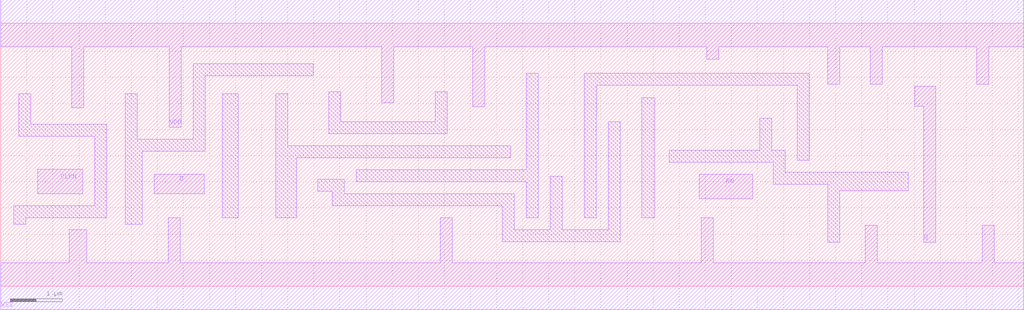
<source format=lef>
# Copyright 2022 GlobalFoundries PDK Authors
#
# Licensed under the Apache License, Version 2.0 (the "License");
# you may not use this file except in compliance with the License.
# You may obtain a copy of the License at
#
#      http://www.apache.org/licenses/LICENSE-2.0
#
# Unless required by applicable law or agreed to in writing, software
# distributed under the License is distributed on an "AS IS" BASIS,
# WITHOUT WARRANTIES OR CONDITIONS OF ANY KIND, either express or implied.
# See the License for the specific language governing permissions and
# limitations under the License.

MACRO gf180mcu_fd_sc_mcu9t5v0__dffnrnq_2
  CLASS core ;
  FOREIGN gf180mcu_fd_sc_mcu9t5v0__dffnrnq_2 0.0 0.0 ;
  ORIGIN 0 0 ;
  SYMMETRY X Y ;
  SITE GF018hv5v_green_sc9 ;
  SIZE 19.6 BY 5.04 ;
  PIN D
    DIRECTION INPUT ;
    ANTENNAGATEAREA 0.92 ;
    PORT
      LAYER METAL1 ;
        POLYGON 2.945 1.77 3.895 1.77 3.895 2.15 2.945 2.15  ;
    END
  END D
  PIN RN
    DIRECTION INPUT ;
    ANTENNAGATEAREA 2.255 ;
    PORT
      LAYER METAL1 ;
        POLYGON 13.38 1.675 14.41 1.675 14.41 2.15 13.38 2.15  ;
    END
  END RN
  PIN CLKN
    DIRECTION INPUT ;
    USE clock ;
    ANTENNAGATEAREA 1.164 ;
    PORT
      LAYER METAL1 ;
        POLYGON 0.71 1.77 1.575 1.77 1.575 2.245 0.71 2.245  ;
    END
  END CLKN
  PIN Q
    DIRECTION OUTPUT ;
    ANTENNADIFFAREA 1.638 ;
    PORT
      LAYER METAL1 ;
        POLYGON 17.51 3.45 17.685 3.45 17.685 0.845 17.915 0.845 17.915 3.83 17.51 3.83  ;
    END
  END Q
  PIN VDD
    DIRECTION INOUT ;
    USE power ;
    SHAPE ABUTMENT ;
    PORT
      LAYER METAL1 ;
        POLYGON 0 4.59 1.365 4.59 1.365 3.425 1.595 3.425 1.595 4.59 2.035 4.59 3.225 4.59 3.225 3.045 3.455 3.045 3.455 4.59 5.99 4.59 7.305 4.59 7.305 3.515 7.535 3.515 7.535 4.59 8.555 4.59 9.045 4.59 9.045 3.44 9.275 3.44 9.275 4.59 9.77 4.59 10.295 4.59 13.525 4.59 13.525 4.345 13.755 4.345 13.755 4.59 15.495 4.59 15.845 4.59 15.845 3.875 16.075 3.875 16.075 4.59 16.665 4.59 16.665 3.875 16.895 3.875 16.895 4.59 17.39 4.59 18.705 4.59 18.705 3.875 18.935 3.875 18.935 4.59 19.6 4.59 19.6 5.49 17.39 5.49 15.495 5.49 10.295 5.49 9.77 5.49 8.555 5.49 5.99 5.49 2.035 5.49 0 5.49  ;
    END
  END VDD
  PIN VSS
    DIRECTION INOUT ;
    USE ground ;
    SHAPE ABUTMENT ;
    PORT
      LAYER METAL1 ;
        POLYGON 0 -0.45 19.6 -0.45 19.6 0.45 19.035 0.45 19.035 1.165 18.805 1.165 18.805 0.45 16.795 0.45 16.795 1.165 16.565 1.165 16.565 0.45 13.655 0.45 13.655 1.31 13.425 1.31 13.425 0.45 8.655 0.45 8.655 1.31 8.425 1.31 8.425 0.45 3.435 0.45 3.435 1.31 3.205 1.31 3.205 0.45 1.65 0.45 1.65 1.08 1.31 1.08 1.31 0.45 0 0.45  ;
    END
  END VSS
  OBS
      LAYER METAL1 ;
        POLYGON 0.345 2.875 1.805 2.875 1.805 1.54 0.245 1.54 0.245 1.19 0.475 1.19 0.475 1.31 2.035 1.31 2.035 3.105 0.575 3.105 0.575 3.685 0.345 3.685  ;
        POLYGON 4.245 1.31 4.555 1.31 4.555 3.685 4.245 3.685  ;
        POLYGON 2.385 1.19 2.715 1.19 2.715 2.585 3.915 2.585 3.915 4.03 5.99 4.03 5.99 4.26 3.685 4.26 3.685 2.815 2.615 2.815 2.615 3.685 2.385 3.685  ;
        POLYGON 6.285 2.92 8.555 2.92 8.555 3.73 8.325 3.73 8.325 3.15 6.515 3.15 6.515 3.73 6.285 3.73  ;
        POLYGON 5.265 1.31 5.675 1.31 5.675 2.46 9.77 2.46 9.77 2.69 5.495 2.69 5.495 3.685 5.265 3.685  ;
        POLYGON 6.81 2 10.065 2 10.065 1.31 10.295 1.31 10.295 4.08 10.065 4.08 10.065 2.23 6.81 2.23  ;
        POLYGON 6.07 1.825 6.35 1.825 6.35 1.54 9.605 1.54 9.605 0.85 11.875 0.85 11.875 3.15 11.645 3.15 11.645 1.08 10.755 1.08 10.755 2.11 10.525 2.11 10.525 1.08 9.835 1.08 9.835 1.77 6.58 1.77 6.58 2.055 6.07 2.055  ;
        POLYGON 12.285 1.31 12.535 1.31 12.535 3.61 12.285 3.61  ;
        POLYGON 11.185 1.31 11.415 1.31 11.415 3.27 11.42 3.27 11.42 3.85 15.265 3.85 15.265 2.415 15.495 2.415 15.495 4.08 11.185 4.08  ;
        POLYGON 12.81 2.38 14.805 2.38 14.805 1.955 15.845 1.955 15.845 0.845 16.075 0.845 16.075 1.83 17.39 1.83 17.39 2.185 15.035 2.185 15.035 2.61 14.775 2.61 14.775 3.215 14.545 3.215 14.545 2.61 12.81 2.61  ;
  END
END gf180mcu_fd_sc_mcu9t5v0__dffnrnq_2

</source>
